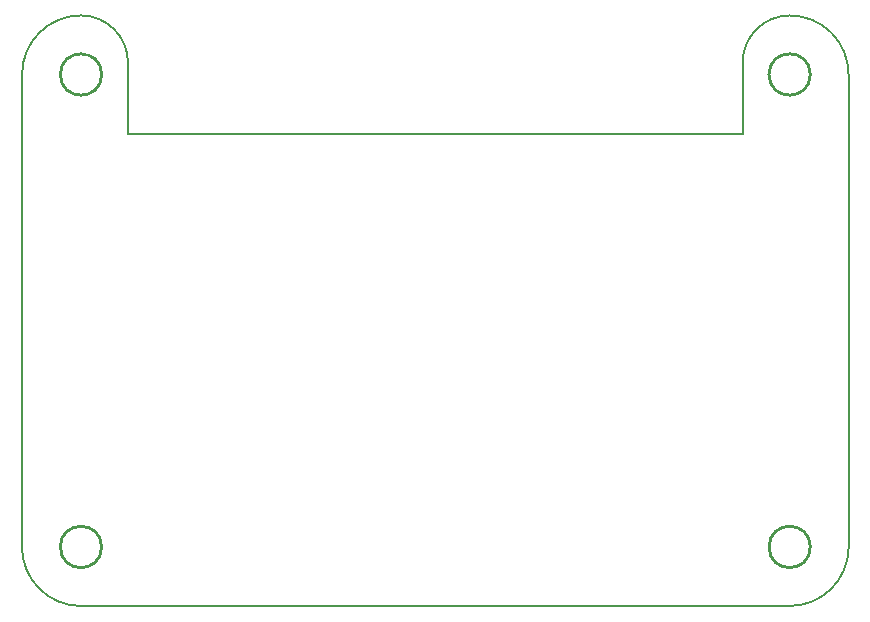
<source format=gko>
G04*
G04 #@! TF.GenerationSoftware,Altium Limited,Altium Designer,19.1.5 (86)*
G04*
G04 Layer_Color=16711935*
%FSLAX44Y44*%
%MOMM*%
G71*
G01*
G75*
%ADD10C,0.2000*%
%ADD12C,0.2540*%
D10*
X649986Y500022D02*
G03*
X610189Y460023I203J-39999D01*
G01*
X89835Y460006D02*
G03*
X50038Y500006I-40000J0D01*
G01*
X649986Y23D02*
G03*
X700000Y49784I0J50015D01*
G01*
X1Y50292D02*
G03*
X50038Y0I50037J-254D01*
G01*
X699914Y450088D02*
G03*
X649986Y500016I-49928J0D01*
G01*
X50038Y500006D02*
G03*
X121Y450341I0J-49918D01*
G01*
X89835Y400000D02*
X610189D01*
X89835D02*
Y460006D01*
X610189Y400000D02*
Y460023D01*
X-0Y50292D02*
X0Y450341D01*
X50038Y0D02*
X649986Y0D01*
X700000Y49784D02*
Y450088D01*
D12*
X67500Y450000D02*
G03*
X67500Y450000I-17500J0D01*
G01*
X667500Y50000D02*
G03*
X667500Y50000I-17500J0D01*
G01*
Y450000D02*
G03*
X667500Y450000I-17500J0D01*
G01*
X67500Y50000D02*
G03*
X67500Y50000I-17500J0D01*
G01*
M02*

</source>
